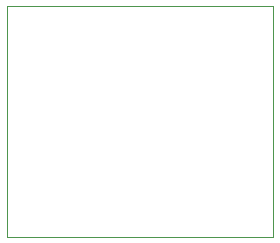
<source format=gbr>
%TF.GenerationSoftware,KiCad,Pcbnew,9.0.0*%
%TF.CreationDate,2025-05-17T14:57:31+07:00*%
%TF.ProjectId,PCB AS5600 satuan,50434220-4153-4353-9630-302073617475,rev?*%
%TF.SameCoordinates,Original*%
%TF.FileFunction,Profile,NP*%
%FSLAX46Y46*%
G04 Gerber Fmt 4.6, Leading zero omitted, Abs format (unit mm)*
G04 Created by KiCad (PCBNEW 9.0.0) date 2025-05-17 14:57:31*
%MOMM*%
%LPD*%
G01*
G04 APERTURE LIST*
%TA.AperFunction,Profile*%
%ADD10C,0.100000*%
%TD*%
G04 APERTURE END LIST*
D10*
X97100000Y-50900000D02*
X97100000Y-70400000D01*
X119600000Y-70400000D02*
X119600000Y-50900000D01*
X97100000Y-70400000D02*
X119600000Y-70400000D01*
X119600000Y-50900000D02*
X97100000Y-50900000D01*
M02*

</source>
